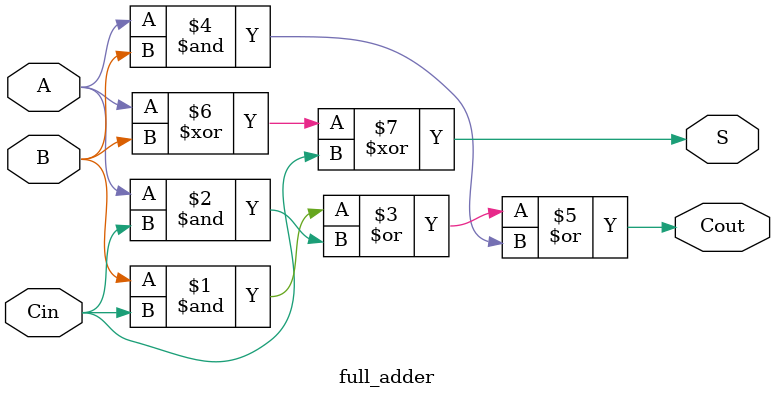
<source format=v>
`timescale 1ns/1ps

module RCA_4bits (
    input clk,
    input enable,
    input [3:0] A, B,
    input Cin,
    output [4:0] Q
);

  wire [3:0] sum;
  wire [3:0] cout;
  wire [4:0] result;

    // Full Adder instances (dataflow/structural style)
    full_adder adder_0 (A[0], B[0], Cin,      sum[0], cout[0]);
    full_adder adder_1 (A[1], B[1], cout[0],  sum[1], cout[1]);
    full_adder adder_2 (A[2], B[2], cout[1],  sum[2], cout[2]);
    full_adder adder_3 (A[3], B[3], cout[2],  sum[3], cout[3]);

    assign Q = {cout[3], sum};  // MSB = carry out, LSB = sum

    register_logic reg1 (.clk(clk), .enable(enable), .Data(result), .Q(Q));

endmodule



module full_adder (
    input A, B, Cin,
    output S, Cout
);
   assign Cout = B&Cin | A&Cin | A&B;
   assign S = A^B^Cin;
endmodule



</source>
